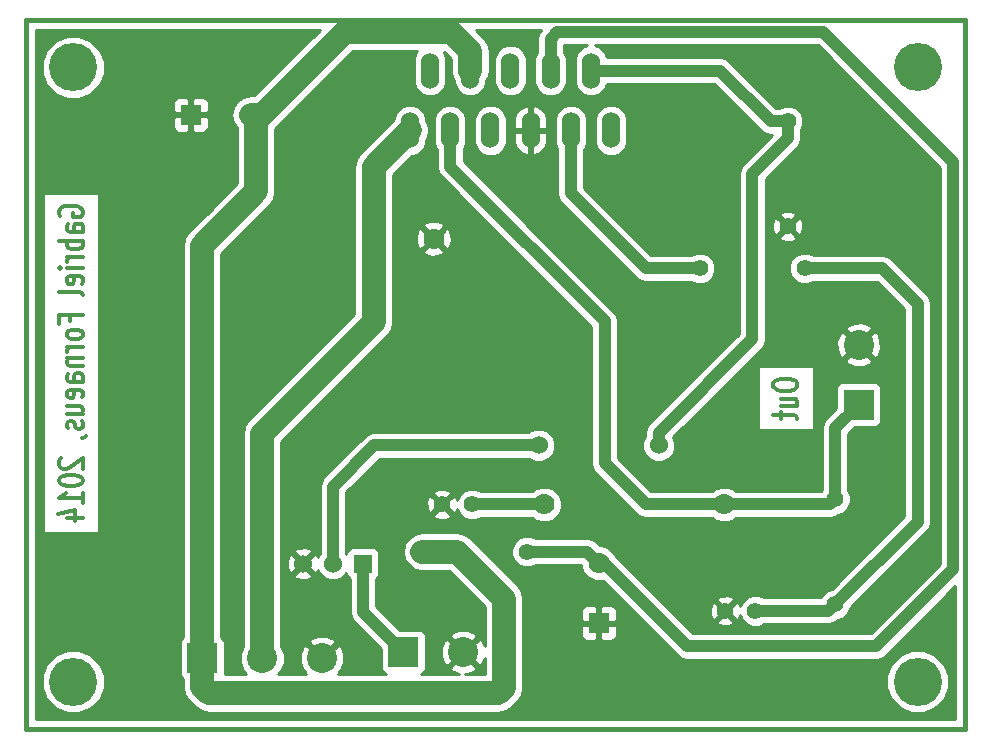
<source format=gbl>
G04 (created by PCBNEW-RS274X (2012-apr-16-27)-stable) date mån 17 feb 2014 22:33:06*
G01*
G70*
G90*
%MOIN*%
G04 Gerber Fmt 3.4, Leading zero omitted, Abs format*
%FSLAX34Y34*%
G04 APERTURE LIST*
%ADD10C,0.006000*%
%ADD11C,0.015000*%
%ADD12C,0.012000*%
%ADD13C,0.070000*%
%ADD14C,0.055000*%
%ADD15R,0.060000X0.060000*%
%ADD16C,0.060000*%
%ADD17R,0.070000X0.070000*%
%ADD18R,0.100000X0.100000*%
%ADD19C,0.100000*%
%ADD20O,0.060000X0.120000*%
%ADD21C,0.160000*%
%ADD22C,0.039400*%
%ADD23C,0.078700*%
%ADD24C,0.010000*%
G04 APERTURE END LIST*
G54D10*
G54D11*
X48622Y-37205D02*
X48622Y-37402D01*
X79921Y-37205D02*
X79921Y-37402D01*
X79921Y-37205D02*
X79921Y-36811D01*
X48622Y-37205D02*
X48622Y-36811D01*
X79921Y-36811D02*
X79921Y-13976D01*
X79921Y-36811D02*
X79921Y-36614D01*
X48622Y-37402D02*
X79921Y-37402D01*
X48622Y-13780D02*
X48622Y-36811D01*
X79921Y-13780D02*
X48622Y-13780D01*
X79921Y-14173D02*
X79921Y-13780D01*
G54D12*
X73540Y-25878D02*
X73540Y-25992D01*
X73578Y-26050D01*
X73654Y-26107D01*
X73806Y-26135D01*
X74073Y-26135D01*
X74226Y-26107D01*
X74302Y-26050D01*
X74340Y-25992D01*
X74340Y-25878D01*
X74302Y-25821D01*
X74226Y-25764D01*
X74073Y-25735D01*
X73806Y-25735D01*
X73654Y-25764D01*
X73578Y-25821D01*
X73540Y-25878D01*
X73806Y-26650D02*
X74340Y-26650D01*
X73806Y-26393D02*
X74226Y-26393D01*
X74302Y-26421D01*
X74340Y-26479D01*
X74340Y-26564D01*
X74302Y-26621D01*
X74264Y-26650D01*
X73806Y-26850D02*
X73806Y-27079D01*
X73540Y-26936D02*
X74226Y-26936D01*
X74302Y-26964D01*
X74340Y-27022D01*
X74340Y-27079D01*
X49759Y-20298D02*
X49721Y-20241D01*
X49721Y-20155D01*
X49759Y-20070D01*
X49835Y-20012D01*
X49911Y-19984D01*
X50064Y-19955D01*
X50178Y-19955D01*
X50330Y-19984D01*
X50407Y-20012D01*
X50483Y-20070D01*
X50521Y-20155D01*
X50521Y-20212D01*
X50483Y-20298D01*
X50445Y-20327D01*
X50178Y-20327D01*
X50178Y-20212D01*
X50521Y-20841D02*
X50102Y-20841D01*
X50026Y-20812D01*
X49987Y-20755D01*
X49987Y-20641D01*
X50026Y-20584D01*
X50483Y-20841D02*
X50521Y-20784D01*
X50521Y-20641D01*
X50483Y-20584D01*
X50407Y-20555D01*
X50330Y-20555D01*
X50254Y-20584D01*
X50216Y-20641D01*
X50216Y-20784D01*
X50178Y-20841D01*
X50521Y-21127D02*
X49721Y-21127D01*
X50026Y-21127D02*
X49987Y-21184D01*
X49987Y-21298D01*
X50026Y-21355D01*
X50064Y-21384D01*
X50140Y-21413D01*
X50368Y-21413D01*
X50445Y-21384D01*
X50483Y-21355D01*
X50521Y-21298D01*
X50521Y-21184D01*
X50483Y-21127D01*
X50521Y-21670D02*
X49987Y-21670D01*
X50140Y-21670D02*
X50064Y-21698D01*
X50026Y-21727D01*
X49987Y-21784D01*
X49987Y-21841D01*
X50521Y-22041D02*
X49987Y-22041D01*
X49721Y-22041D02*
X49759Y-22012D01*
X49797Y-22041D01*
X49759Y-22069D01*
X49721Y-22041D01*
X49797Y-22041D01*
X50483Y-22555D02*
X50521Y-22498D01*
X50521Y-22384D01*
X50483Y-22327D01*
X50407Y-22298D01*
X50102Y-22298D01*
X50026Y-22327D01*
X49987Y-22384D01*
X49987Y-22498D01*
X50026Y-22555D01*
X50102Y-22584D01*
X50178Y-22584D01*
X50254Y-22298D01*
X50521Y-22927D02*
X50483Y-22869D01*
X50407Y-22841D01*
X49721Y-22841D01*
X50102Y-23812D02*
X50102Y-23612D01*
X50521Y-23612D02*
X49721Y-23612D01*
X49721Y-23898D01*
X50521Y-24212D02*
X50483Y-24154D01*
X50445Y-24126D01*
X50368Y-24097D01*
X50140Y-24097D01*
X50064Y-24126D01*
X50026Y-24154D01*
X49987Y-24212D01*
X49987Y-24297D01*
X50026Y-24354D01*
X50064Y-24383D01*
X50140Y-24412D01*
X50368Y-24412D01*
X50445Y-24383D01*
X50483Y-24354D01*
X50521Y-24297D01*
X50521Y-24212D01*
X50521Y-24669D02*
X49987Y-24669D01*
X50140Y-24669D02*
X50064Y-24697D01*
X50026Y-24726D01*
X49987Y-24783D01*
X49987Y-24840D01*
X49987Y-25040D02*
X50521Y-25040D01*
X50064Y-25040D02*
X50026Y-25068D01*
X49987Y-25126D01*
X49987Y-25211D01*
X50026Y-25268D01*
X50102Y-25297D01*
X50521Y-25297D01*
X50521Y-25840D02*
X50102Y-25840D01*
X50026Y-25811D01*
X49987Y-25754D01*
X49987Y-25640D01*
X50026Y-25583D01*
X50483Y-25840D02*
X50521Y-25783D01*
X50521Y-25640D01*
X50483Y-25583D01*
X50407Y-25554D01*
X50330Y-25554D01*
X50254Y-25583D01*
X50216Y-25640D01*
X50216Y-25783D01*
X50178Y-25840D01*
X50483Y-26354D02*
X50521Y-26297D01*
X50521Y-26183D01*
X50483Y-26126D01*
X50407Y-26097D01*
X50102Y-26097D01*
X50026Y-26126D01*
X49987Y-26183D01*
X49987Y-26297D01*
X50026Y-26354D01*
X50102Y-26383D01*
X50178Y-26383D01*
X50254Y-26097D01*
X49987Y-26897D02*
X50521Y-26897D01*
X49987Y-26640D02*
X50407Y-26640D01*
X50483Y-26668D01*
X50521Y-26726D01*
X50521Y-26811D01*
X50483Y-26868D01*
X50445Y-26897D01*
X50483Y-27154D02*
X50521Y-27211D01*
X50521Y-27326D01*
X50483Y-27383D01*
X50407Y-27411D01*
X50368Y-27411D01*
X50292Y-27383D01*
X50254Y-27326D01*
X50254Y-27240D01*
X50216Y-27183D01*
X50140Y-27154D01*
X50102Y-27154D01*
X50026Y-27183D01*
X49987Y-27240D01*
X49987Y-27326D01*
X50026Y-27383D01*
X50483Y-27697D02*
X50521Y-27697D01*
X50597Y-27669D01*
X50635Y-27640D01*
X49797Y-28383D02*
X49759Y-28412D01*
X49721Y-28469D01*
X49721Y-28612D01*
X49759Y-28669D01*
X49797Y-28698D01*
X49873Y-28726D01*
X49949Y-28726D01*
X50064Y-28698D01*
X50521Y-28355D01*
X50521Y-28726D01*
X49721Y-29097D02*
X49721Y-29154D01*
X49759Y-29211D01*
X49797Y-29240D01*
X49873Y-29269D01*
X50026Y-29297D01*
X50216Y-29297D01*
X50368Y-29269D01*
X50445Y-29240D01*
X50483Y-29211D01*
X50521Y-29154D01*
X50521Y-29097D01*
X50483Y-29040D01*
X50445Y-29011D01*
X50368Y-28983D01*
X50216Y-28954D01*
X50026Y-28954D01*
X49873Y-28983D01*
X49797Y-29011D01*
X49759Y-29040D01*
X49721Y-29097D01*
X50521Y-29868D02*
X50521Y-29525D01*
X50521Y-29697D02*
X49721Y-29697D01*
X49835Y-29640D01*
X49911Y-29582D01*
X49949Y-29525D01*
X49987Y-30382D02*
X50521Y-30382D01*
X49683Y-30239D02*
X50254Y-30096D01*
X50254Y-30468D01*
G54D13*
X71898Y-29921D03*
X65898Y-29921D03*
G54D14*
X75591Y-33246D03*
X75591Y-29746D03*
X65333Y-31496D03*
X61833Y-31496D03*
X71085Y-22047D03*
X74585Y-22047D03*
X74016Y-17148D03*
X74016Y-20648D03*
G54D15*
X59858Y-31890D03*
G54D16*
X58858Y-31890D03*
X57858Y-31890D03*
G54D17*
X54118Y-16929D03*
G54D13*
X56118Y-16929D03*
G54D14*
X63492Y-29921D03*
X62492Y-29921D03*
G54D18*
X54496Y-35039D03*
G54D19*
X56496Y-35039D03*
X58496Y-35039D03*
G54D18*
X76378Y-26591D03*
G54D19*
X76378Y-24591D03*
G54D18*
X61205Y-34843D03*
G54D19*
X63205Y-34843D03*
G54D20*
X61426Y-17451D03*
X62097Y-15461D03*
X62766Y-17451D03*
X63436Y-15461D03*
X64106Y-17451D03*
X64776Y-15461D03*
X65446Y-17451D03*
X66116Y-15461D03*
X66787Y-17451D03*
X67457Y-15461D03*
X68126Y-17451D03*
G54D14*
X72941Y-33465D03*
X71941Y-33465D03*
G54D17*
X60220Y-21063D03*
G54D13*
X62220Y-21063D03*
G54D17*
X67717Y-33874D03*
G54D13*
X67717Y-31874D03*
G54D16*
X65717Y-27953D03*
X69717Y-27953D03*
G54D21*
X50197Y-15354D03*
X78346Y-15354D03*
X78346Y-35827D03*
X50197Y-35827D03*
G54D22*
X78346Y-30491D02*
X75591Y-33246D01*
X78346Y-23228D02*
X78346Y-30491D01*
X72941Y-33465D02*
X75372Y-33465D01*
X75372Y-33465D02*
X75591Y-33246D01*
X77165Y-22047D02*
X78346Y-23228D01*
X74585Y-22047D02*
X77165Y-22047D01*
X75591Y-29746D02*
X75591Y-27378D01*
X67913Y-23819D02*
X67913Y-28543D01*
X67913Y-28543D02*
X69291Y-29921D01*
X75416Y-29921D02*
X75591Y-29746D01*
X62766Y-18672D02*
X67913Y-23819D01*
X62766Y-17451D02*
X62766Y-18672D01*
X69291Y-29921D02*
X71898Y-29921D01*
X75591Y-27378D02*
X76378Y-26591D01*
X71898Y-29921D02*
X75416Y-29921D01*
X63492Y-29921D02*
X65898Y-29921D01*
X59858Y-33496D02*
X61205Y-34843D01*
X59858Y-31890D02*
X59858Y-33496D01*
X66787Y-17451D02*
X66787Y-19543D01*
X69291Y-22047D02*
X71085Y-22047D01*
X66787Y-19543D02*
X69291Y-22047D01*
X58858Y-31890D02*
X58858Y-29331D01*
X60236Y-27953D02*
X65717Y-27953D01*
X58858Y-29331D02*
X60236Y-27953D01*
X72835Y-18898D02*
X74016Y-17717D01*
X72835Y-24409D02*
X72835Y-18898D01*
X69717Y-27953D02*
X69717Y-27527D01*
X74016Y-17717D02*
X74016Y-17148D01*
X73447Y-17148D02*
X71760Y-15461D01*
X71760Y-15461D02*
X67457Y-15461D01*
X74016Y-17148D02*
X73447Y-17148D01*
X69717Y-27527D02*
X72835Y-24409D01*
X76968Y-34646D02*
X70669Y-34646D01*
X75197Y-14173D02*
X79528Y-18504D01*
X66339Y-14173D02*
X75197Y-14173D01*
X65333Y-31496D02*
X67339Y-31496D01*
X70669Y-34646D02*
X67897Y-31874D01*
X79528Y-18504D02*
X79528Y-32086D01*
X66116Y-14396D02*
X66339Y-14173D01*
X79528Y-32086D02*
X76968Y-34646D01*
X67897Y-31874D02*
X67717Y-31874D01*
X66116Y-15461D02*
X66116Y-14396D01*
X67339Y-31496D02*
X67717Y-31874D01*
G54D23*
X60220Y-21063D02*
X60220Y-18657D01*
X60220Y-18657D02*
X61426Y-17451D01*
X56496Y-27559D02*
X60220Y-23835D01*
X56496Y-35039D02*
X56496Y-27559D01*
X60220Y-23835D02*
X60220Y-21063D01*
X54724Y-36220D02*
X54496Y-35992D01*
X56118Y-16929D02*
X56497Y-16929D01*
X62795Y-14173D02*
X63436Y-14814D01*
X59253Y-14173D02*
X62795Y-14173D01*
X56497Y-16929D02*
X59253Y-14173D01*
X56299Y-17110D02*
X56118Y-16929D01*
X55677Y-36220D02*
X54724Y-36220D01*
X63436Y-14814D02*
X63436Y-15461D01*
X54496Y-35992D02*
X54496Y-35039D01*
X61833Y-31496D02*
X62992Y-31496D01*
X62992Y-31496D02*
X64567Y-33071D01*
X64371Y-36220D02*
X55677Y-36220D01*
X54496Y-35039D02*
X54496Y-21291D01*
X56299Y-19488D02*
X56299Y-17110D01*
X54496Y-21291D02*
X56299Y-19488D01*
X64567Y-33071D02*
X64567Y-36024D01*
X64567Y-36024D02*
X64371Y-36220D01*
G54D10*
G36*
X79596Y-37077D02*
X79396Y-37077D01*
X79396Y-36037D01*
X79396Y-35619D01*
X79236Y-35233D01*
X78941Y-34937D01*
X78556Y-34777D01*
X78138Y-34777D01*
X77752Y-34937D01*
X77456Y-35232D01*
X77296Y-35617D01*
X77296Y-36035D01*
X77456Y-36421D01*
X77751Y-36717D01*
X78136Y-36877D01*
X78554Y-36877D01*
X78940Y-36717D01*
X79236Y-36422D01*
X79396Y-36037D01*
X79396Y-37077D01*
X68317Y-37077D01*
X68317Y-33986D01*
X68317Y-33762D01*
X68316Y-33475D01*
X68278Y-33383D01*
X68208Y-33313D01*
X68117Y-33275D01*
X68018Y-33275D01*
X67829Y-33274D01*
X67767Y-33336D01*
X67767Y-33824D01*
X68255Y-33824D01*
X68317Y-33762D01*
X68317Y-33986D01*
X68255Y-33924D01*
X67767Y-33924D01*
X67767Y-34412D01*
X67829Y-34474D01*
X68018Y-34473D01*
X68117Y-34473D01*
X68208Y-34435D01*
X68278Y-34365D01*
X68316Y-34273D01*
X68317Y-33986D01*
X68317Y-37077D01*
X67667Y-37077D01*
X67667Y-34412D01*
X67667Y-33924D01*
X67667Y-33824D01*
X67667Y-33336D01*
X67605Y-33274D01*
X67416Y-33275D01*
X67317Y-33275D01*
X67226Y-33313D01*
X67156Y-33383D01*
X67118Y-33475D01*
X67117Y-33762D01*
X67179Y-33824D01*
X67667Y-33824D01*
X67667Y-33924D01*
X67179Y-33924D01*
X67117Y-33986D01*
X67118Y-34273D01*
X67156Y-34365D01*
X67226Y-34435D01*
X67317Y-34473D01*
X67416Y-34473D01*
X67605Y-34474D01*
X67667Y-34412D01*
X67667Y-37077D01*
X51247Y-37077D01*
X51247Y-36037D01*
X51247Y-35619D01*
X51247Y-15564D01*
X51247Y-15146D01*
X51087Y-14760D01*
X50792Y-14464D01*
X50407Y-14304D01*
X49989Y-14304D01*
X49603Y-14464D01*
X49307Y-14759D01*
X49147Y-15144D01*
X49147Y-15562D01*
X49307Y-15948D01*
X49602Y-16244D01*
X49987Y-16404D01*
X50405Y-16404D01*
X50791Y-16244D01*
X51087Y-15949D01*
X51247Y-15564D01*
X51247Y-35619D01*
X51087Y-35233D01*
X51067Y-35212D01*
X51067Y-30863D01*
X51067Y-19531D01*
X49207Y-19531D01*
X49207Y-30863D01*
X51067Y-30863D01*
X51067Y-35212D01*
X50792Y-34937D01*
X50407Y-34777D01*
X49989Y-34777D01*
X49603Y-34937D01*
X49307Y-35232D01*
X49147Y-35617D01*
X49147Y-36035D01*
X49307Y-36421D01*
X49602Y-36717D01*
X49987Y-36877D01*
X50405Y-36877D01*
X50791Y-36717D01*
X51087Y-36422D01*
X51247Y-36037D01*
X51247Y-37077D01*
X48947Y-37077D01*
X48947Y-36811D01*
X48947Y-14105D01*
X58411Y-14105D01*
X56230Y-16286D01*
X56118Y-16286D01*
X55872Y-16335D01*
X55663Y-16474D01*
X55524Y-16683D01*
X55475Y-16929D01*
X55524Y-17175D01*
X55656Y-17373D01*
X55656Y-19221D01*
X54718Y-20159D01*
X54718Y-17041D01*
X54718Y-16817D01*
X54717Y-16628D01*
X54717Y-16529D01*
X54679Y-16438D01*
X54609Y-16368D01*
X54517Y-16330D01*
X54230Y-16329D01*
X54168Y-16391D01*
X54168Y-16879D01*
X54656Y-16879D01*
X54718Y-16817D01*
X54718Y-17041D01*
X54656Y-16979D01*
X54168Y-16979D01*
X54168Y-17467D01*
X54230Y-17529D01*
X54517Y-17528D01*
X54609Y-17490D01*
X54679Y-17420D01*
X54717Y-17329D01*
X54717Y-17230D01*
X54718Y-17041D01*
X54718Y-20159D01*
X54068Y-20809D01*
X54068Y-17467D01*
X54068Y-16979D01*
X54068Y-16879D01*
X54068Y-16391D01*
X54006Y-16329D01*
X53719Y-16330D01*
X53627Y-16368D01*
X53557Y-16438D01*
X53519Y-16529D01*
X53519Y-16628D01*
X53518Y-16817D01*
X53580Y-16879D01*
X54068Y-16879D01*
X54068Y-16979D01*
X53580Y-16979D01*
X53518Y-17041D01*
X53519Y-17230D01*
X53519Y-17329D01*
X53557Y-17420D01*
X53627Y-17490D01*
X53719Y-17528D01*
X54006Y-17529D01*
X54068Y-17467D01*
X54068Y-20809D01*
X54041Y-20836D01*
X53902Y-21045D01*
X53853Y-21291D01*
X53853Y-34330D01*
X53785Y-34398D01*
X53747Y-34489D01*
X53747Y-34588D01*
X53747Y-35588D01*
X53785Y-35680D01*
X53853Y-35748D01*
X53853Y-35992D01*
X53902Y-36238D01*
X54041Y-36447D01*
X54267Y-36672D01*
X54269Y-36675D01*
X54478Y-36814D01*
X54724Y-36863D01*
X55677Y-36863D01*
X64371Y-36863D01*
X64617Y-36814D01*
X64826Y-36675D01*
X65022Y-36479D01*
X65161Y-36270D01*
X65210Y-36024D01*
X65210Y-33071D01*
X65161Y-32825D01*
X65022Y-32616D01*
X65019Y-32614D01*
X63447Y-31041D01*
X63238Y-30902D01*
X62992Y-30853D01*
X62782Y-30853D01*
X62782Y-30282D01*
X62492Y-29992D01*
X62421Y-30063D01*
X62421Y-29921D01*
X62131Y-29631D01*
X62040Y-29654D01*
X61973Y-29847D01*
X61984Y-30051D01*
X62040Y-30188D01*
X62131Y-30211D01*
X62421Y-29921D01*
X62421Y-30063D01*
X62202Y-30282D01*
X62225Y-30373D01*
X62418Y-30440D01*
X62622Y-30429D01*
X62759Y-30373D01*
X62782Y-30282D01*
X62782Y-30853D01*
X61833Y-30853D01*
X61587Y-30902D01*
X61378Y-31041D01*
X61239Y-31250D01*
X61190Y-31496D01*
X61239Y-31742D01*
X61378Y-31951D01*
X61587Y-32090D01*
X61833Y-32139D01*
X62725Y-32139D01*
X63924Y-33337D01*
X63924Y-34648D01*
X63839Y-34443D01*
X63725Y-34393D01*
X63655Y-34463D01*
X63655Y-34323D01*
X63605Y-34209D01*
X63332Y-34104D01*
X63040Y-34112D01*
X62805Y-34209D01*
X62755Y-34323D01*
X63205Y-34772D01*
X63655Y-34323D01*
X63655Y-34463D01*
X63276Y-34843D01*
X63725Y-35293D01*
X63839Y-35243D01*
X63924Y-35022D01*
X63924Y-35577D01*
X63260Y-35577D01*
X63370Y-35574D01*
X63605Y-35477D01*
X63655Y-35363D01*
X63205Y-34914D01*
X63134Y-34984D01*
X63134Y-34843D01*
X62685Y-34393D01*
X62571Y-34443D01*
X62466Y-34716D01*
X62474Y-35008D01*
X62571Y-35243D01*
X62685Y-35293D01*
X63134Y-34843D01*
X63134Y-34984D01*
X62755Y-35363D01*
X62805Y-35477D01*
X63065Y-35577D01*
X61790Y-35577D01*
X61846Y-35554D01*
X61916Y-35484D01*
X61954Y-35393D01*
X61954Y-35294D01*
X61954Y-34294D01*
X61916Y-34202D01*
X61846Y-34132D01*
X61755Y-34094D01*
X61656Y-34094D01*
X61088Y-34094D01*
X60305Y-33311D01*
X60305Y-32395D01*
X60369Y-32331D01*
X60407Y-32240D01*
X60407Y-32141D01*
X60407Y-31541D01*
X60369Y-31449D01*
X60299Y-31379D01*
X60208Y-31341D01*
X60109Y-31341D01*
X59509Y-31341D01*
X59417Y-31379D01*
X59347Y-31449D01*
X59309Y-31540D01*
X59309Y-31565D01*
X59305Y-31561D01*
X59305Y-29516D01*
X60421Y-28400D01*
X65388Y-28400D01*
X65406Y-28418D01*
X65608Y-28502D01*
X65826Y-28502D01*
X66028Y-28418D01*
X66182Y-28264D01*
X66266Y-28062D01*
X66266Y-27844D01*
X66182Y-27642D01*
X66028Y-27488D01*
X65826Y-27404D01*
X65608Y-27404D01*
X65406Y-27488D01*
X65388Y-27506D01*
X62813Y-27506D01*
X62813Y-21154D01*
X62802Y-20919D01*
X62733Y-20753D01*
X62634Y-20720D01*
X62563Y-20791D01*
X62563Y-20649D01*
X62530Y-20550D01*
X62311Y-20470D01*
X62076Y-20481D01*
X61910Y-20550D01*
X61877Y-20649D01*
X62220Y-20992D01*
X62563Y-20649D01*
X62563Y-20791D01*
X62291Y-21063D01*
X62634Y-21406D01*
X62733Y-21373D01*
X62813Y-21154D01*
X62813Y-27506D01*
X62563Y-27506D01*
X62563Y-21477D01*
X62220Y-21134D01*
X62149Y-21205D01*
X62149Y-21063D01*
X61806Y-20720D01*
X61707Y-20753D01*
X61627Y-20972D01*
X61638Y-21207D01*
X61707Y-21373D01*
X61806Y-21406D01*
X62149Y-21063D01*
X62149Y-21205D01*
X61877Y-21477D01*
X61910Y-21576D01*
X62129Y-21656D01*
X62364Y-21645D01*
X62530Y-21576D01*
X62563Y-21477D01*
X62563Y-27506D01*
X60236Y-27506D01*
X60065Y-27540D01*
X60016Y-27572D01*
X59919Y-27637D01*
X58542Y-29015D01*
X58445Y-29160D01*
X58411Y-29331D01*
X58411Y-31561D01*
X58393Y-31579D01*
X58355Y-31670D01*
X58330Y-31609D01*
X58236Y-31582D01*
X58166Y-31652D01*
X58166Y-31512D01*
X58139Y-31418D01*
X57937Y-31347D01*
X57724Y-31358D01*
X57577Y-31418D01*
X57550Y-31512D01*
X57858Y-31819D01*
X58166Y-31512D01*
X58166Y-31652D01*
X57929Y-31890D01*
X58236Y-32198D01*
X58330Y-32171D01*
X58353Y-32105D01*
X58393Y-32201D01*
X58547Y-32355D01*
X58749Y-32439D01*
X58967Y-32439D01*
X59169Y-32355D01*
X59309Y-32215D01*
X59309Y-32239D01*
X59347Y-32331D01*
X59411Y-32395D01*
X59411Y-33496D01*
X59445Y-33667D01*
X59542Y-33812D01*
X60456Y-34726D01*
X60456Y-35392D01*
X60494Y-35484D01*
X60564Y-35554D01*
X60619Y-35577D01*
X59235Y-35577D01*
X59037Y-35577D01*
X59106Y-35508D01*
X59065Y-35467D01*
X59130Y-35439D01*
X59235Y-35166D01*
X59227Y-34874D01*
X59130Y-34639D01*
X59016Y-34589D01*
X58946Y-34659D01*
X58946Y-34519D01*
X58896Y-34405D01*
X58623Y-34300D01*
X58331Y-34308D01*
X58166Y-34376D01*
X58166Y-32268D01*
X57858Y-31961D01*
X57787Y-32031D01*
X57787Y-31890D01*
X57480Y-31582D01*
X57386Y-31609D01*
X57315Y-31811D01*
X57326Y-32024D01*
X57386Y-32171D01*
X57480Y-32198D01*
X57787Y-31890D01*
X57787Y-32031D01*
X57550Y-32268D01*
X57577Y-32362D01*
X57779Y-32433D01*
X57992Y-32422D01*
X58139Y-32362D01*
X58166Y-32268D01*
X58166Y-34376D01*
X58096Y-34405D01*
X58046Y-34519D01*
X58496Y-34968D01*
X58946Y-34519D01*
X58946Y-34659D01*
X58567Y-35039D01*
X58496Y-35110D01*
X58425Y-35039D01*
X58390Y-35004D01*
X57976Y-34589D01*
X57862Y-34639D01*
X57757Y-34912D01*
X57765Y-35204D01*
X57862Y-35439D01*
X57926Y-35467D01*
X57886Y-35508D01*
X57955Y-35577D01*
X57016Y-35577D01*
X57130Y-35464D01*
X57245Y-35189D01*
X57245Y-34891D01*
X57139Y-34635D01*
X57139Y-27825D01*
X60672Y-24291D01*
X60674Y-24290D01*
X60675Y-24290D01*
X60814Y-24081D01*
X60863Y-23835D01*
X60863Y-21063D01*
X60863Y-18923D01*
X61479Y-18307D01*
X61533Y-18307D01*
X61732Y-18225D01*
X61883Y-18073D01*
X61966Y-17875D01*
X61966Y-17777D01*
X62020Y-17697D01*
X62069Y-17451D01*
X62020Y-17205D01*
X61966Y-17124D01*
X61966Y-17028D01*
X61884Y-16829D01*
X61732Y-16678D01*
X61534Y-16595D01*
X61319Y-16595D01*
X61120Y-16677D01*
X60969Y-16829D01*
X60886Y-17027D01*
X60886Y-17081D01*
X59765Y-18202D01*
X59626Y-18411D01*
X59577Y-18657D01*
X59577Y-21063D01*
X59577Y-23568D01*
X56041Y-27104D01*
X55902Y-27313D01*
X55853Y-27559D01*
X55853Y-34635D01*
X55747Y-34889D01*
X55747Y-35187D01*
X55861Y-35462D01*
X55975Y-35577D01*
X55677Y-35577D01*
X55245Y-35577D01*
X55245Y-35490D01*
X55245Y-34490D01*
X55207Y-34398D01*
X55139Y-34330D01*
X55139Y-21557D01*
X56751Y-19944D01*
X56753Y-19943D01*
X56754Y-19943D01*
X56892Y-19735D01*
X56893Y-19734D01*
X56932Y-19538D01*
X56942Y-19489D01*
X56941Y-19488D01*
X56942Y-19488D01*
X56942Y-17390D01*
X56952Y-17384D01*
X59519Y-14816D01*
X61662Y-14816D01*
X61640Y-14839D01*
X61557Y-15037D01*
X61557Y-15252D01*
X61557Y-15884D01*
X61639Y-16083D01*
X61791Y-16234D01*
X61989Y-16317D01*
X62204Y-16317D01*
X62403Y-16235D01*
X62554Y-16083D01*
X62637Y-15885D01*
X62637Y-15670D01*
X62637Y-15038D01*
X62557Y-14845D01*
X62793Y-15080D01*
X62793Y-15461D01*
X62842Y-15707D01*
X62896Y-15788D01*
X62896Y-15884D01*
X62978Y-16083D01*
X63130Y-16234D01*
X63328Y-16317D01*
X63543Y-16317D01*
X63742Y-16235D01*
X63893Y-16083D01*
X63976Y-15885D01*
X63976Y-15788D01*
X64030Y-15707D01*
X64079Y-15461D01*
X64079Y-14814D01*
X64030Y-14568D01*
X63891Y-14359D01*
X63888Y-14357D01*
X63636Y-14105D01*
X65783Y-14105D01*
X65703Y-14225D01*
X65669Y-14396D01*
X65669Y-14828D01*
X65659Y-14839D01*
X65576Y-15037D01*
X65576Y-15252D01*
X65576Y-15884D01*
X65658Y-16083D01*
X65810Y-16234D01*
X66008Y-16317D01*
X66223Y-16317D01*
X66422Y-16235D01*
X66573Y-16083D01*
X66656Y-15885D01*
X66656Y-15670D01*
X66656Y-15038D01*
X66574Y-14839D01*
X66563Y-14828D01*
X66563Y-14620D01*
X67313Y-14620D01*
X67151Y-14687D01*
X67000Y-14839D01*
X66917Y-15037D01*
X66917Y-15252D01*
X66917Y-15884D01*
X66999Y-16083D01*
X67151Y-16234D01*
X67349Y-16317D01*
X67564Y-16317D01*
X67763Y-16235D01*
X67914Y-16083D01*
X67987Y-15908D01*
X71574Y-15908D01*
X73130Y-17464D01*
X73131Y-17464D01*
X73227Y-17528D01*
X73275Y-17560D01*
X73276Y-17561D01*
X73446Y-17594D01*
X73447Y-17595D01*
X73506Y-17595D01*
X72519Y-18582D01*
X72422Y-18727D01*
X72388Y-18898D01*
X72388Y-24224D01*
X71610Y-25002D01*
X71610Y-22152D01*
X71610Y-21943D01*
X71530Y-21750D01*
X71383Y-21602D01*
X71190Y-21522D01*
X70981Y-21522D01*
X70792Y-21600D01*
X69476Y-21600D01*
X68666Y-20790D01*
X68666Y-17875D01*
X68666Y-17660D01*
X68666Y-17028D01*
X68584Y-16829D01*
X68432Y-16678D01*
X68234Y-16595D01*
X68019Y-16595D01*
X67820Y-16677D01*
X67669Y-16829D01*
X67586Y-17027D01*
X67586Y-17242D01*
X67586Y-17874D01*
X67668Y-18073D01*
X67820Y-18224D01*
X68018Y-18307D01*
X68233Y-18307D01*
X68432Y-18225D01*
X68583Y-18073D01*
X68666Y-17875D01*
X68666Y-20790D01*
X67234Y-19358D01*
X67234Y-18083D01*
X67244Y-18073D01*
X67327Y-17875D01*
X67327Y-17660D01*
X67327Y-17028D01*
X67245Y-16829D01*
X67093Y-16678D01*
X66895Y-16595D01*
X66680Y-16595D01*
X66481Y-16677D01*
X66330Y-16829D01*
X66247Y-17027D01*
X66247Y-17242D01*
X66247Y-17874D01*
X66329Y-18073D01*
X66340Y-18083D01*
X66340Y-19543D01*
X66374Y-19714D01*
X66471Y-19859D01*
X68975Y-22363D01*
X69120Y-22460D01*
X69291Y-22494D01*
X70791Y-22494D01*
X70980Y-22572D01*
X71189Y-22572D01*
X71382Y-22492D01*
X71530Y-22345D01*
X71610Y-22152D01*
X71610Y-25002D01*
X69401Y-27211D01*
X69304Y-27356D01*
X69270Y-27527D01*
X69270Y-27624D01*
X69252Y-27642D01*
X69168Y-27844D01*
X69168Y-28062D01*
X69252Y-28264D01*
X69406Y-28418D01*
X69608Y-28502D01*
X69826Y-28502D01*
X70028Y-28418D01*
X70182Y-28264D01*
X70266Y-28062D01*
X70266Y-27844D01*
X70197Y-27678D01*
X73151Y-24725D01*
X73248Y-24580D01*
X73282Y-24409D01*
X73282Y-19083D01*
X74332Y-18033D01*
X74429Y-17888D01*
X74463Y-17717D01*
X74463Y-17441D01*
X74541Y-17253D01*
X74541Y-17044D01*
X74461Y-16851D01*
X74314Y-16703D01*
X74121Y-16623D01*
X73912Y-16623D01*
X73723Y-16701D01*
X73632Y-16701D01*
X72076Y-15145D01*
X71931Y-15048D01*
X71760Y-15014D01*
X67987Y-15014D01*
X67915Y-14839D01*
X67763Y-14688D01*
X67600Y-14620D01*
X75012Y-14620D01*
X79081Y-18689D01*
X79081Y-31901D01*
X78793Y-32189D01*
X78793Y-30491D01*
X78793Y-23228D01*
X78759Y-23057D01*
X78662Y-22912D01*
X77481Y-21731D01*
X77336Y-21634D01*
X77165Y-21600D01*
X74878Y-21600D01*
X74690Y-21522D01*
X74535Y-21522D01*
X74535Y-20722D01*
X74524Y-20518D01*
X74468Y-20381D01*
X74377Y-20358D01*
X74306Y-20429D01*
X74306Y-20287D01*
X74283Y-20196D01*
X74090Y-20129D01*
X73886Y-20140D01*
X73749Y-20196D01*
X73726Y-20287D01*
X74016Y-20577D01*
X74306Y-20287D01*
X74306Y-20429D01*
X74087Y-20648D01*
X74377Y-20938D01*
X74468Y-20915D01*
X74535Y-20722D01*
X74535Y-21522D01*
X74481Y-21522D01*
X74306Y-21594D01*
X74306Y-21009D01*
X74016Y-20719D01*
X73945Y-20790D01*
X73945Y-20648D01*
X73655Y-20358D01*
X73564Y-20381D01*
X73497Y-20574D01*
X73508Y-20778D01*
X73564Y-20915D01*
X73655Y-20938D01*
X73945Y-20648D01*
X73945Y-20790D01*
X73726Y-21009D01*
X73749Y-21100D01*
X73942Y-21167D01*
X74146Y-21156D01*
X74283Y-21100D01*
X74306Y-21009D01*
X74306Y-21594D01*
X74288Y-21602D01*
X74140Y-21749D01*
X74060Y-21942D01*
X74060Y-22151D01*
X74140Y-22344D01*
X74287Y-22492D01*
X74480Y-22572D01*
X74689Y-22572D01*
X74877Y-22494D01*
X76980Y-22494D01*
X77899Y-23413D01*
X77899Y-30306D01*
X77127Y-31077D01*
X77127Y-27141D01*
X77127Y-27042D01*
X77127Y-26042D01*
X77117Y-26017D01*
X77117Y-24718D01*
X77109Y-24426D01*
X77012Y-24191D01*
X76898Y-24141D01*
X76828Y-24211D01*
X76828Y-24071D01*
X76778Y-23957D01*
X76505Y-23852D01*
X76213Y-23860D01*
X75978Y-23957D01*
X75928Y-24071D01*
X76378Y-24520D01*
X76828Y-24071D01*
X76828Y-24211D01*
X76449Y-24591D01*
X76898Y-25041D01*
X77012Y-24991D01*
X77117Y-24718D01*
X77117Y-26017D01*
X77089Y-25950D01*
X77019Y-25880D01*
X76928Y-25842D01*
X76829Y-25842D01*
X76828Y-25842D01*
X76828Y-25111D01*
X76378Y-24662D01*
X76307Y-24732D01*
X76307Y-24591D01*
X75858Y-24141D01*
X75744Y-24191D01*
X75639Y-24464D01*
X75647Y-24756D01*
X75744Y-24991D01*
X75858Y-25041D01*
X76307Y-24591D01*
X76307Y-24732D01*
X75928Y-25111D01*
X75978Y-25225D01*
X76251Y-25330D01*
X76543Y-25322D01*
X76778Y-25225D01*
X76828Y-25111D01*
X76828Y-25842D01*
X75829Y-25842D01*
X75737Y-25880D01*
X75667Y-25950D01*
X75629Y-26041D01*
X75629Y-26140D01*
X75629Y-26708D01*
X75275Y-27062D01*
X75178Y-27207D01*
X75144Y-27378D01*
X75144Y-29452D01*
X75135Y-29474D01*
X74886Y-29474D01*
X74886Y-27445D01*
X74886Y-25310D01*
X73026Y-25310D01*
X73026Y-27445D01*
X74886Y-27445D01*
X74886Y-29474D01*
X72298Y-29474D01*
X72237Y-29413D01*
X72017Y-29322D01*
X71779Y-29322D01*
X71559Y-29413D01*
X71498Y-29474D01*
X69476Y-29474D01*
X68360Y-28357D01*
X68360Y-23819D01*
X68359Y-23818D01*
X68326Y-23648D01*
X68325Y-23647D01*
X68229Y-23503D01*
X68228Y-23502D01*
X65996Y-21270D01*
X65996Y-17851D01*
X65996Y-17501D01*
X65996Y-17401D01*
X65996Y-17051D01*
X65916Y-16848D01*
X65764Y-16691D01*
X65581Y-16619D01*
X65496Y-16666D01*
X65496Y-17401D01*
X65996Y-17401D01*
X65996Y-17501D01*
X65496Y-17501D01*
X65496Y-18236D01*
X65581Y-18283D01*
X65764Y-18211D01*
X65916Y-18054D01*
X65996Y-17851D01*
X65996Y-21270D01*
X65396Y-20670D01*
X65396Y-18236D01*
X65396Y-17501D01*
X65396Y-17401D01*
X65396Y-16666D01*
X65316Y-16621D01*
X65316Y-15885D01*
X65316Y-15670D01*
X65316Y-15038D01*
X65234Y-14839D01*
X65082Y-14688D01*
X64884Y-14605D01*
X64669Y-14605D01*
X64470Y-14687D01*
X64319Y-14839D01*
X64236Y-15037D01*
X64236Y-15252D01*
X64236Y-15884D01*
X64318Y-16083D01*
X64470Y-16234D01*
X64668Y-16317D01*
X64883Y-16317D01*
X65082Y-16235D01*
X65233Y-16083D01*
X65316Y-15885D01*
X65316Y-16621D01*
X65311Y-16619D01*
X65128Y-16691D01*
X64976Y-16848D01*
X64896Y-17051D01*
X64896Y-17401D01*
X65396Y-17401D01*
X65396Y-17501D01*
X64896Y-17501D01*
X64896Y-17851D01*
X64976Y-18054D01*
X65128Y-18211D01*
X65311Y-18283D01*
X65396Y-18236D01*
X65396Y-20670D01*
X64646Y-19920D01*
X64646Y-17875D01*
X64646Y-17660D01*
X64646Y-17028D01*
X64564Y-16829D01*
X64412Y-16678D01*
X64214Y-16595D01*
X63999Y-16595D01*
X63800Y-16677D01*
X63649Y-16829D01*
X63566Y-17027D01*
X63566Y-17242D01*
X63566Y-17874D01*
X63648Y-18073D01*
X63800Y-18224D01*
X63998Y-18307D01*
X64213Y-18307D01*
X64412Y-18225D01*
X64563Y-18073D01*
X64646Y-17875D01*
X64646Y-19920D01*
X63213Y-18487D01*
X63213Y-18083D01*
X63223Y-18073D01*
X63306Y-17875D01*
X63306Y-17660D01*
X63306Y-17028D01*
X63224Y-16829D01*
X63072Y-16678D01*
X62874Y-16595D01*
X62659Y-16595D01*
X62460Y-16677D01*
X62309Y-16829D01*
X62226Y-17027D01*
X62226Y-17242D01*
X62226Y-17874D01*
X62308Y-18073D01*
X62319Y-18083D01*
X62319Y-18672D01*
X62353Y-18843D01*
X62450Y-18988D01*
X67466Y-24004D01*
X67466Y-28543D01*
X67500Y-28714D01*
X67597Y-28859D01*
X68974Y-30237D01*
X68975Y-30237D01*
X69071Y-30301D01*
X69119Y-30333D01*
X69120Y-30334D01*
X69290Y-30367D01*
X69291Y-30368D01*
X71498Y-30368D01*
X71559Y-30429D01*
X71779Y-30520D01*
X72017Y-30520D01*
X72237Y-30429D01*
X72298Y-30368D01*
X75416Y-30368D01*
X75587Y-30334D01*
X75681Y-30271D01*
X75695Y-30271D01*
X75888Y-30191D01*
X76036Y-30044D01*
X76116Y-29851D01*
X76116Y-29642D01*
X76038Y-29453D01*
X76038Y-27563D01*
X76261Y-27340D01*
X76927Y-27340D01*
X77019Y-27302D01*
X77089Y-27232D01*
X77127Y-27141D01*
X77127Y-31077D01*
X75481Y-32723D01*
X75294Y-32801D01*
X75146Y-32948D01*
X75116Y-33018D01*
X73234Y-33018D01*
X73046Y-32940D01*
X72837Y-32940D01*
X72644Y-33020D01*
X72496Y-33167D01*
X72437Y-33307D01*
X72393Y-33198D01*
X72302Y-33175D01*
X72231Y-33246D01*
X72231Y-33104D01*
X72208Y-33013D01*
X72015Y-32946D01*
X71811Y-32957D01*
X71674Y-33013D01*
X71651Y-33104D01*
X71941Y-33394D01*
X72231Y-33104D01*
X72231Y-33246D01*
X72012Y-33465D01*
X72302Y-33755D01*
X72393Y-33732D01*
X72434Y-33613D01*
X72496Y-33762D01*
X72643Y-33910D01*
X72836Y-33990D01*
X73045Y-33990D01*
X73233Y-33912D01*
X75372Y-33912D01*
X75543Y-33878D01*
X75688Y-33781D01*
X75700Y-33768D01*
X75888Y-33691D01*
X76036Y-33544D01*
X76114Y-33354D01*
X78662Y-30807D01*
X78759Y-30662D01*
X78793Y-30491D01*
X78793Y-32189D01*
X76783Y-34199D01*
X72231Y-34199D01*
X72231Y-33826D01*
X71941Y-33536D01*
X71870Y-33607D01*
X71870Y-33465D01*
X71580Y-33175D01*
X71489Y-33198D01*
X71422Y-33391D01*
X71433Y-33595D01*
X71489Y-33732D01*
X71580Y-33755D01*
X71870Y-33465D01*
X71870Y-33607D01*
X71651Y-33826D01*
X71674Y-33917D01*
X71867Y-33984D01*
X72071Y-33973D01*
X72208Y-33917D01*
X72231Y-33826D01*
X72231Y-34199D01*
X70854Y-34199D01*
X68249Y-31594D01*
X68225Y-31535D01*
X68056Y-31366D01*
X67836Y-31275D01*
X67750Y-31275D01*
X67655Y-31180D01*
X67510Y-31083D01*
X67339Y-31049D01*
X66497Y-31049D01*
X66497Y-30040D01*
X66497Y-29802D01*
X66406Y-29582D01*
X66237Y-29413D01*
X66017Y-29322D01*
X65779Y-29322D01*
X65559Y-29413D01*
X65498Y-29474D01*
X63785Y-29474D01*
X63597Y-29396D01*
X63388Y-29396D01*
X63195Y-29476D01*
X63047Y-29623D01*
X62988Y-29763D01*
X62944Y-29654D01*
X62853Y-29631D01*
X62782Y-29702D01*
X62782Y-29560D01*
X62759Y-29469D01*
X62566Y-29402D01*
X62362Y-29413D01*
X62225Y-29469D01*
X62202Y-29560D01*
X62492Y-29850D01*
X62782Y-29560D01*
X62782Y-29702D01*
X62563Y-29921D01*
X62853Y-30211D01*
X62944Y-30188D01*
X62985Y-30069D01*
X63047Y-30218D01*
X63194Y-30366D01*
X63387Y-30446D01*
X63596Y-30446D01*
X63784Y-30368D01*
X65498Y-30368D01*
X65559Y-30429D01*
X65779Y-30520D01*
X66017Y-30520D01*
X66237Y-30429D01*
X66406Y-30260D01*
X66497Y-30040D01*
X66497Y-31049D01*
X65626Y-31049D01*
X65438Y-30971D01*
X65229Y-30971D01*
X65036Y-31051D01*
X64888Y-31198D01*
X64808Y-31391D01*
X64808Y-31600D01*
X64888Y-31793D01*
X65035Y-31941D01*
X65228Y-32021D01*
X65437Y-32021D01*
X65625Y-31943D01*
X67118Y-31943D01*
X67118Y-31993D01*
X67209Y-32213D01*
X67378Y-32382D01*
X67598Y-32473D01*
X67836Y-32473D01*
X67855Y-32464D01*
X70353Y-34962D01*
X70498Y-35059D01*
X70669Y-35093D01*
X76968Y-35093D01*
X77139Y-35059D01*
X77284Y-34962D01*
X79596Y-32650D01*
X79596Y-36614D01*
X79596Y-36811D01*
X79596Y-37077D01*
X79596Y-37077D01*
G37*
G54D24*
X79596Y-37077D02*
X79396Y-37077D01*
X79396Y-36037D01*
X79396Y-35619D01*
X79236Y-35233D01*
X78941Y-34937D01*
X78556Y-34777D01*
X78138Y-34777D01*
X77752Y-34937D01*
X77456Y-35232D01*
X77296Y-35617D01*
X77296Y-36035D01*
X77456Y-36421D01*
X77751Y-36717D01*
X78136Y-36877D01*
X78554Y-36877D01*
X78940Y-36717D01*
X79236Y-36422D01*
X79396Y-36037D01*
X79396Y-37077D01*
X68317Y-37077D01*
X68317Y-33986D01*
X68317Y-33762D01*
X68316Y-33475D01*
X68278Y-33383D01*
X68208Y-33313D01*
X68117Y-33275D01*
X68018Y-33275D01*
X67829Y-33274D01*
X67767Y-33336D01*
X67767Y-33824D01*
X68255Y-33824D01*
X68317Y-33762D01*
X68317Y-33986D01*
X68255Y-33924D01*
X67767Y-33924D01*
X67767Y-34412D01*
X67829Y-34474D01*
X68018Y-34473D01*
X68117Y-34473D01*
X68208Y-34435D01*
X68278Y-34365D01*
X68316Y-34273D01*
X68317Y-33986D01*
X68317Y-37077D01*
X67667Y-37077D01*
X67667Y-34412D01*
X67667Y-33924D01*
X67667Y-33824D01*
X67667Y-33336D01*
X67605Y-33274D01*
X67416Y-33275D01*
X67317Y-33275D01*
X67226Y-33313D01*
X67156Y-33383D01*
X67118Y-33475D01*
X67117Y-33762D01*
X67179Y-33824D01*
X67667Y-33824D01*
X67667Y-33924D01*
X67179Y-33924D01*
X67117Y-33986D01*
X67118Y-34273D01*
X67156Y-34365D01*
X67226Y-34435D01*
X67317Y-34473D01*
X67416Y-34473D01*
X67605Y-34474D01*
X67667Y-34412D01*
X67667Y-37077D01*
X51247Y-37077D01*
X51247Y-36037D01*
X51247Y-35619D01*
X51247Y-15564D01*
X51247Y-15146D01*
X51087Y-14760D01*
X50792Y-14464D01*
X50407Y-14304D01*
X49989Y-14304D01*
X49603Y-14464D01*
X49307Y-14759D01*
X49147Y-15144D01*
X49147Y-15562D01*
X49307Y-15948D01*
X49602Y-16244D01*
X49987Y-16404D01*
X50405Y-16404D01*
X50791Y-16244D01*
X51087Y-15949D01*
X51247Y-15564D01*
X51247Y-35619D01*
X51087Y-35233D01*
X51067Y-35212D01*
X51067Y-30863D01*
X51067Y-19531D01*
X49207Y-19531D01*
X49207Y-30863D01*
X51067Y-30863D01*
X51067Y-35212D01*
X50792Y-34937D01*
X50407Y-34777D01*
X49989Y-34777D01*
X49603Y-34937D01*
X49307Y-35232D01*
X49147Y-35617D01*
X49147Y-36035D01*
X49307Y-36421D01*
X49602Y-36717D01*
X49987Y-36877D01*
X50405Y-36877D01*
X50791Y-36717D01*
X51087Y-36422D01*
X51247Y-36037D01*
X51247Y-37077D01*
X48947Y-37077D01*
X48947Y-36811D01*
X48947Y-14105D01*
X58411Y-14105D01*
X56230Y-16286D01*
X56118Y-16286D01*
X55872Y-16335D01*
X55663Y-16474D01*
X55524Y-16683D01*
X55475Y-16929D01*
X55524Y-17175D01*
X55656Y-17373D01*
X55656Y-19221D01*
X54718Y-20159D01*
X54718Y-17041D01*
X54718Y-16817D01*
X54717Y-16628D01*
X54717Y-16529D01*
X54679Y-16438D01*
X54609Y-16368D01*
X54517Y-16330D01*
X54230Y-16329D01*
X54168Y-16391D01*
X54168Y-16879D01*
X54656Y-16879D01*
X54718Y-16817D01*
X54718Y-17041D01*
X54656Y-16979D01*
X54168Y-16979D01*
X54168Y-17467D01*
X54230Y-17529D01*
X54517Y-17528D01*
X54609Y-17490D01*
X54679Y-17420D01*
X54717Y-17329D01*
X54717Y-17230D01*
X54718Y-17041D01*
X54718Y-20159D01*
X54068Y-20809D01*
X54068Y-17467D01*
X54068Y-16979D01*
X54068Y-16879D01*
X54068Y-16391D01*
X54006Y-16329D01*
X53719Y-16330D01*
X53627Y-16368D01*
X53557Y-16438D01*
X53519Y-16529D01*
X53519Y-16628D01*
X53518Y-16817D01*
X53580Y-16879D01*
X54068Y-16879D01*
X54068Y-16979D01*
X53580Y-16979D01*
X53518Y-17041D01*
X53519Y-17230D01*
X53519Y-17329D01*
X53557Y-17420D01*
X53627Y-17490D01*
X53719Y-17528D01*
X54006Y-17529D01*
X54068Y-17467D01*
X54068Y-20809D01*
X54041Y-20836D01*
X53902Y-21045D01*
X53853Y-21291D01*
X53853Y-34330D01*
X53785Y-34398D01*
X53747Y-34489D01*
X53747Y-34588D01*
X53747Y-35588D01*
X53785Y-35680D01*
X53853Y-35748D01*
X53853Y-35992D01*
X53902Y-36238D01*
X54041Y-36447D01*
X54267Y-36672D01*
X54269Y-36675D01*
X54478Y-36814D01*
X54724Y-36863D01*
X55677Y-36863D01*
X64371Y-36863D01*
X64617Y-36814D01*
X64826Y-36675D01*
X65022Y-36479D01*
X65161Y-36270D01*
X65210Y-36024D01*
X65210Y-33071D01*
X65161Y-32825D01*
X65022Y-32616D01*
X65019Y-32614D01*
X63447Y-31041D01*
X63238Y-30902D01*
X62992Y-30853D01*
X62782Y-30853D01*
X62782Y-30282D01*
X62492Y-29992D01*
X62421Y-30063D01*
X62421Y-29921D01*
X62131Y-29631D01*
X62040Y-29654D01*
X61973Y-29847D01*
X61984Y-30051D01*
X62040Y-30188D01*
X62131Y-30211D01*
X62421Y-29921D01*
X62421Y-30063D01*
X62202Y-30282D01*
X62225Y-30373D01*
X62418Y-30440D01*
X62622Y-30429D01*
X62759Y-30373D01*
X62782Y-30282D01*
X62782Y-30853D01*
X61833Y-30853D01*
X61587Y-30902D01*
X61378Y-31041D01*
X61239Y-31250D01*
X61190Y-31496D01*
X61239Y-31742D01*
X61378Y-31951D01*
X61587Y-32090D01*
X61833Y-32139D01*
X62725Y-32139D01*
X63924Y-33337D01*
X63924Y-34648D01*
X63839Y-34443D01*
X63725Y-34393D01*
X63655Y-34463D01*
X63655Y-34323D01*
X63605Y-34209D01*
X63332Y-34104D01*
X63040Y-34112D01*
X62805Y-34209D01*
X62755Y-34323D01*
X63205Y-34772D01*
X63655Y-34323D01*
X63655Y-34463D01*
X63276Y-34843D01*
X63725Y-35293D01*
X63839Y-35243D01*
X63924Y-35022D01*
X63924Y-35577D01*
X63260Y-35577D01*
X63370Y-35574D01*
X63605Y-35477D01*
X63655Y-35363D01*
X63205Y-34914D01*
X63134Y-34984D01*
X63134Y-34843D01*
X62685Y-34393D01*
X62571Y-34443D01*
X62466Y-34716D01*
X62474Y-35008D01*
X62571Y-35243D01*
X62685Y-35293D01*
X63134Y-34843D01*
X63134Y-34984D01*
X62755Y-35363D01*
X62805Y-35477D01*
X63065Y-35577D01*
X61790Y-35577D01*
X61846Y-35554D01*
X61916Y-35484D01*
X61954Y-35393D01*
X61954Y-35294D01*
X61954Y-34294D01*
X61916Y-34202D01*
X61846Y-34132D01*
X61755Y-34094D01*
X61656Y-34094D01*
X61088Y-34094D01*
X60305Y-33311D01*
X60305Y-32395D01*
X60369Y-32331D01*
X60407Y-32240D01*
X60407Y-32141D01*
X60407Y-31541D01*
X60369Y-31449D01*
X60299Y-31379D01*
X60208Y-31341D01*
X60109Y-31341D01*
X59509Y-31341D01*
X59417Y-31379D01*
X59347Y-31449D01*
X59309Y-31540D01*
X59309Y-31565D01*
X59305Y-31561D01*
X59305Y-29516D01*
X60421Y-28400D01*
X65388Y-28400D01*
X65406Y-28418D01*
X65608Y-28502D01*
X65826Y-28502D01*
X66028Y-28418D01*
X66182Y-28264D01*
X66266Y-28062D01*
X66266Y-27844D01*
X66182Y-27642D01*
X66028Y-27488D01*
X65826Y-27404D01*
X65608Y-27404D01*
X65406Y-27488D01*
X65388Y-27506D01*
X62813Y-27506D01*
X62813Y-21154D01*
X62802Y-20919D01*
X62733Y-20753D01*
X62634Y-20720D01*
X62563Y-20791D01*
X62563Y-20649D01*
X62530Y-20550D01*
X62311Y-20470D01*
X62076Y-20481D01*
X61910Y-20550D01*
X61877Y-20649D01*
X62220Y-20992D01*
X62563Y-20649D01*
X62563Y-20791D01*
X62291Y-21063D01*
X62634Y-21406D01*
X62733Y-21373D01*
X62813Y-21154D01*
X62813Y-27506D01*
X62563Y-27506D01*
X62563Y-21477D01*
X62220Y-21134D01*
X62149Y-21205D01*
X62149Y-21063D01*
X61806Y-20720D01*
X61707Y-20753D01*
X61627Y-20972D01*
X61638Y-21207D01*
X61707Y-21373D01*
X61806Y-21406D01*
X62149Y-21063D01*
X62149Y-21205D01*
X61877Y-21477D01*
X61910Y-21576D01*
X62129Y-21656D01*
X62364Y-21645D01*
X62530Y-21576D01*
X62563Y-21477D01*
X62563Y-27506D01*
X60236Y-27506D01*
X60065Y-27540D01*
X60016Y-27572D01*
X59919Y-27637D01*
X58542Y-29015D01*
X58445Y-29160D01*
X58411Y-29331D01*
X58411Y-31561D01*
X58393Y-31579D01*
X58355Y-31670D01*
X58330Y-31609D01*
X58236Y-31582D01*
X58166Y-31652D01*
X58166Y-31512D01*
X58139Y-31418D01*
X57937Y-31347D01*
X57724Y-31358D01*
X57577Y-31418D01*
X57550Y-31512D01*
X57858Y-31819D01*
X58166Y-31512D01*
X58166Y-31652D01*
X57929Y-31890D01*
X58236Y-32198D01*
X58330Y-32171D01*
X58353Y-32105D01*
X58393Y-32201D01*
X58547Y-32355D01*
X58749Y-32439D01*
X58967Y-32439D01*
X59169Y-32355D01*
X59309Y-32215D01*
X59309Y-32239D01*
X59347Y-32331D01*
X59411Y-32395D01*
X59411Y-33496D01*
X59445Y-33667D01*
X59542Y-33812D01*
X60456Y-34726D01*
X60456Y-35392D01*
X60494Y-35484D01*
X60564Y-35554D01*
X60619Y-35577D01*
X59235Y-35577D01*
X59037Y-35577D01*
X59106Y-35508D01*
X59065Y-35467D01*
X59130Y-35439D01*
X59235Y-35166D01*
X59227Y-34874D01*
X59130Y-34639D01*
X59016Y-34589D01*
X58946Y-34659D01*
X58946Y-34519D01*
X58896Y-34405D01*
X58623Y-34300D01*
X58331Y-34308D01*
X58166Y-34376D01*
X58166Y-32268D01*
X57858Y-31961D01*
X57787Y-32031D01*
X57787Y-31890D01*
X57480Y-31582D01*
X57386Y-31609D01*
X57315Y-31811D01*
X57326Y-32024D01*
X57386Y-32171D01*
X57480Y-32198D01*
X57787Y-31890D01*
X57787Y-32031D01*
X57550Y-32268D01*
X57577Y-32362D01*
X57779Y-32433D01*
X57992Y-32422D01*
X58139Y-32362D01*
X58166Y-32268D01*
X58166Y-34376D01*
X58096Y-34405D01*
X58046Y-34519D01*
X58496Y-34968D01*
X58946Y-34519D01*
X58946Y-34659D01*
X58567Y-35039D01*
X58496Y-35110D01*
X58425Y-35039D01*
X58390Y-35004D01*
X57976Y-34589D01*
X57862Y-34639D01*
X57757Y-34912D01*
X57765Y-35204D01*
X57862Y-35439D01*
X57926Y-35467D01*
X57886Y-35508D01*
X57955Y-35577D01*
X57016Y-35577D01*
X57130Y-35464D01*
X57245Y-35189D01*
X57245Y-34891D01*
X57139Y-34635D01*
X57139Y-27825D01*
X60672Y-24291D01*
X60674Y-24290D01*
X60675Y-24290D01*
X60814Y-24081D01*
X60863Y-23835D01*
X60863Y-21063D01*
X60863Y-18923D01*
X61479Y-18307D01*
X61533Y-18307D01*
X61732Y-18225D01*
X61883Y-18073D01*
X61966Y-17875D01*
X61966Y-17777D01*
X62020Y-17697D01*
X62069Y-17451D01*
X62020Y-17205D01*
X61966Y-17124D01*
X61966Y-17028D01*
X61884Y-16829D01*
X61732Y-16678D01*
X61534Y-16595D01*
X61319Y-16595D01*
X61120Y-16677D01*
X60969Y-16829D01*
X60886Y-17027D01*
X60886Y-17081D01*
X59765Y-18202D01*
X59626Y-18411D01*
X59577Y-18657D01*
X59577Y-21063D01*
X59577Y-23568D01*
X56041Y-27104D01*
X55902Y-27313D01*
X55853Y-27559D01*
X55853Y-34635D01*
X55747Y-34889D01*
X55747Y-35187D01*
X55861Y-35462D01*
X55975Y-35577D01*
X55677Y-35577D01*
X55245Y-35577D01*
X55245Y-35490D01*
X55245Y-34490D01*
X55207Y-34398D01*
X55139Y-34330D01*
X55139Y-21557D01*
X56751Y-19944D01*
X56753Y-19943D01*
X56754Y-19943D01*
X56892Y-19735D01*
X56893Y-19734D01*
X56932Y-19538D01*
X56942Y-19489D01*
X56941Y-19488D01*
X56942Y-19488D01*
X56942Y-17390D01*
X56952Y-17384D01*
X59519Y-14816D01*
X61662Y-14816D01*
X61640Y-14839D01*
X61557Y-15037D01*
X61557Y-15252D01*
X61557Y-15884D01*
X61639Y-16083D01*
X61791Y-16234D01*
X61989Y-16317D01*
X62204Y-16317D01*
X62403Y-16235D01*
X62554Y-16083D01*
X62637Y-15885D01*
X62637Y-15670D01*
X62637Y-15038D01*
X62557Y-14845D01*
X62793Y-15080D01*
X62793Y-15461D01*
X62842Y-15707D01*
X62896Y-15788D01*
X62896Y-15884D01*
X62978Y-16083D01*
X63130Y-16234D01*
X63328Y-16317D01*
X63543Y-16317D01*
X63742Y-16235D01*
X63893Y-16083D01*
X63976Y-15885D01*
X63976Y-15788D01*
X64030Y-15707D01*
X64079Y-15461D01*
X64079Y-14814D01*
X64030Y-14568D01*
X63891Y-14359D01*
X63888Y-14357D01*
X63636Y-14105D01*
X65783Y-14105D01*
X65703Y-14225D01*
X65669Y-14396D01*
X65669Y-14828D01*
X65659Y-14839D01*
X65576Y-15037D01*
X65576Y-15252D01*
X65576Y-15884D01*
X65658Y-16083D01*
X65810Y-16234D01*
X66008Y-16317D01*
X66223Y-16317D01*
X66422Y-16235D01*
X66573Y-16083D01*
X66656Y-15885D01*
X66656Y-15670D01*
X66656Y-15038D01*
X66574Y-14839D01*
X66563Y-14828D01*
X66563Y-14620D01*
X67313Y-14620D01*
X67151Y-14687D01*
X67000Y-14839D01*
X66917Y-15037D01*
X66917Y-15252D01*
X66917Y-15884D01*
X66999Y-16083D01*
X67151Y-16234D01*
X67349Y-16317D01*
X67564Y-16317D01*
X67763Y-16235D01*
X67914Y-16083D01*
X67987Y-15908D01*
X71574Y-15908D01*
X73130Y-17464D01*
X73131Y-17464D01*
X73227Y-17528D01*
X73275Y-17560D01*
X73276Y-17561D01*
X73446Y-17594D01*
X73447Y-17595D01*
X73506Y-17595D01*
X72519Y-18582D01*
X72422Y-18727D01*
X72388Y-18898D01*
X72388Y-24224D01*
X71610Y-25002D01*
X71610Y-22152D01*
X71610Y-21943D01*
X71530Y-21750D01*
X71383Y-21602D01*
X71190Y-21522D01*
X70981Y-21522D01*
X70792Y-21600D01*
X69476Y-21600D01*
X68666Y-20790D01*
X68666Y-17875D01*
X68666Y-17660D01*
X68666Y-17028D01*
X68584Y-16829D01*
X68432Y-16678D01*
X68234Y-16595D01*
X68019Y-16595D01*
X67820Y-16677D01*
X67669Y-16829D01*
X67586Y-17027D01*
X67586Y-17242D01*
X67586Y-17874D01*
X67668Y-18073D01*
X67820Y-18224D01*
X68018Y-18307D01*
X68233Y-18307D01*
X68432Y-18225D01*
X68583Y-18073D01*
X68666Y-17875D01*
X68666Y-20790D01*
X67234Y-19358D01*
X67234Y-18083D01*
X67244Y-18073D01*
X67327Y-17875D01*
X67327Y-17660D01*
X67327Y-17028D01*
X67245Y-16829D01*
X67093Y-16678D01*
X66895Y-16595D01*
X66680Y-16595D01*
X66481Y-16677D01*
X66330Y-16829D01*
X66247Y-17027D01*
X66247Y-17242D01*
X66247Y-17874D01*
X66329Y-18073D01*
X66340Y-18083D01*
X66340Y-19543D01*
X66374Y-19714D01*
X66471Y-19859D01*
X68975Y-22363D01*
X69120Y-22460D01*
X69291Y-22494D01*
X70791Y-22494D01*
X70980Y-22572D01*
X71189Y-22572D01*
X71382Y-22492D01*
X71530Y-22345D01*
X71610Y-22152D01*
X71610Y-25002D01*
X69401Y-27211D01*
X69304Y-27356D01*
X69270Y-27527D01*
X69270Y-27624D01*
X69252Y-27642D01*
X69168Y-27844D01*
X69168Y-28062D01*
X69252Y-28264D01*
X69406Y-28418D01*
X69608Y-28502D01*
X69826Y-28502D01*
X70028Y-28418D01*
X70182Y-28264D01*
X70266Y-28062D01*
X70266Y-27844D01*
X70197Y-27678D01*
X73151Y-24725D01*
X73248Y-24580D01*
X73282Y-24409D01*
X73282Y-19083D01*
X74332Y-18033D01*
X74429Y-17888D01*
X74463Y-17717D01*
X74463Y-17441D01*
X74541Y-17253D01*
X74541Y-17044D01*
X74461Y-16851D01*
X74314Y-16703D01*
X74121Y-16623D01*
X73912Y-16623D01*
X73723Y-16701D01*
X73632Y-16701D01*
X72076Y-15145D01*
X71931Y-15048D01*
X71760Y-15014D01*
X67987Y-15014D01*
X67915Y-14839D01*
X67763Y-14688D01*
X67600Y-14620D01*
X75012Y-14620D01*
X79081Y-18689D01*
X79081Y-31901D01*
X78793Y-32189D01*
X78793Y-30491D01*
X78793Y-23228D01*
X78759Y-23057D01*
X78662Y-22912D01*
X77481Y-21731D01*
X77336Y-21634D01*
X77165Y-21600D01*
X74878Y-21600D01*
X74690Y-21522D01*
X74535Y-21522D01*
X74535Y-20722D01*
X74524Y-20518D01*
X74468Y-20381D01*
X74377Y-20358D01*
X74306Y-20429D01*
X74306Y-20287D01*
X74283Y-20196D01*
X74090Y-20129D01*
X73886Y-20140D01*
X73749Y-20196D01*
X73726Y-20287D01*
X74016Y-20577D01*
X74306Y-20287D01*
X74306Y-20429D01*
X74087Y-20648D01*
X74377Y-20938D01*
X74468Y-20915D01*
X74535Y-20722D01*
X74535Y-21522D01*
X74481Y-21522D01*
X74306Y-21594D01*
X74306Y-21009D01*
X74016Y-20719D01*
X73945Y-20790D01*
X73945Y-20648D01*
X73655Y-20358D01*
X73564Y-20381D01*
X73497Y-20574D01*
X73508Y-20778D01*
X73564Y-20915D01*
X73655Y-20938D01*
X73945Y-20648D01*
X73945Y-20790D01*
X73726Y-21009D01*
X73749Y-21100D01*
X73942Y-21167D01*
X74146Y-21156D01*
X74283Y-21100D01*
X74306Y-21009D01*
X74306Y-21594D01*
X74288Y-21602D01*
X74140Y-21749D01*
X74060Y-21942D01*
X74060Y-22151D01*
X74140Y-22344D01*
X74287Y-22492D01*
X74480Y-22572D01*
X74689Y-22572D01*
X74877Y-22494D01*
X76980Y-22494D01*
X77899Y-23413D01*
X77899Y-30306D01*
X77127Y-31077D01*
X77127Y-27141D01*
X77127Y-27042D01*
X77127Y-26042D01*
X77117Y-26017D01*
X77117Y-24718D01*
X77109Y-24426D01*
X77012Y-24191D01*
X76898Y-24141D01*
X76828Y-24211D01*
X76828Y-24071D01*
X76778Y-23957D01*
X76505Y-23852D01*
X76213Y-23860D01*
X75978Y-23957D01*
X75928Y-24071D01*
X76378Y-24520D01*
X76828Y-24071D01*
X76828Y-24211D01*
X76449Y-24591D01*
X76898Y-25041D01*
X77012Y-24991D01*
X77117Y-24718D01*
X77117Y-26017D01*
X77089Y-25950D01*
X77019Y-25880D01*
X76928Y-25842D01*
X76829Y-25842D01*
X76828Y-25842D01*
X76828Y-25111D01*
X76378Y-24662D01*
X76307Y-24732D01*
X76307Y-24591D01*
X75858Y-24141D01*
X75744Y-24191D01*
X75639Y-24464D01*
X75647Y-24756D01*
X75744Y-24991D01*
X75858Y-25041D01*
X76307Y-24591D01*
X76307Y-24732D01*
X75928Y-25111D01*
X75978Y-25225D01*
X76251Y-25330D01*
X76543Y-25322D01*
X76778Y-25225D01*
X76828Y-25111D01*
X76828Y-25842D01*
X75829Y-25842D01*
X75737Y-25880D01*
X75667Y-25950D01*
X75629Y-26041D01*
X75629Y-26140D01*
X75629Y-26708D01*
X75275Y-27062D01*
X75178Y-27207D01*
X75144Y-27378D01*
X75144Y-29452D01*
X75135Y-29474D01*
X74886Y-29474D01*
X74886Y-27445D01*
X74886Y-25310D01*
X73026Y-25310D01*
X73026Y-27445D01*
X74886Y-27445D01*
X74886Y-29474D01*
X72298Y-29474D01*
X72237Y-29413D01*
X72017Y-29322D01*
X71779Y-29322D01*
X71559Y-29413D01*
X71498Y-29474D01*
X69476Y-29474D01*
X68360Y-28357D01*
X68360Y-23819D01*
X68359Y-23818D01*
X68326Y-23648D01*
X68325Y-23647D01*
X68229Y-23503D01*
X68228Y-23502D01*
X65996Y-21270D01*
X65996Y-17851D01*
X65996Y-17501D01*
X65996Y-17401D01*
X65996Y-17051D01*
X65916Y-16848D01*
X65764Y-16691D01*
X65581Y-16619D01*
X65496Y-16666D01*
X65496Y-17401D01*
X65996Y-17401D01*
X65996Y-17501D01*
X65496Y-17501D01*
X65496Y-18236D01*
X65581Y-18283D01*
X65764Y-18211D01*
X65916Y-18054D01*
X65996Y-17851D01*
X65996Y-21270D01*
X65396Y-20670D01*
X65396Y-18236D01*
X65396Y-17501D01*
X65396Y-17401D01*
X65396Y-16666D01*
X65316Y-16621D01*
X65316Y-15885D01*
X65316Y-15670D01*
X65316Y-15038D01*
X65234Y-14839D01*
X65082Y-14688D01*
X64884Y-14605D01*
X64669Y-14605D01*
X64470Y-14687D01*
X64319Y-14839D01*
X64236Y-15037D01*
X64236Y-15252D01*
X64236Y-15884D01*
X64318Y-16083D01*
X64470Y-16234D01*
X64668Y-16317D01*
X64883Y-16317D01*
X65082Y-16235D01*
X65233Y-16083D01*
X65316Y-15885D01*
X65316Y-16621D01*
X65311Y-16619D01*
X65128Y-16691D01*
X64976Y-16848D01*
X64896Y-17051D01*
X64896Y-17401D01*
X65396Y-17401D01*
X65396Y-17501D01*
X64896Y-17501D01*
X64896Y-17851D01*
X64976Y-18054D01*
X65128Y-18211D01*
X65311Y-18283D01*
X65396Y-18236D01*
X65396Y-20670D01*
X64646Y-19920D01*
X64646Y-17875D01*
X64646Y-17660D01*
X64646Y-17028D01*
X64564Y-16829D01*
X64412Y-16678D01*
X64214Y-16595D01*
X63999Y-16595D01*
X63800Y-16677D01*
X63649Y-16829D01*
X63566Y-17027D01*
X63566Y-17242D01*
X63566Y-17874D01*
X63648Y-18073D01*
X63800Y-18224D01*
X63998Y-18307D01*
X64213Y-18307D01*
X64412Y-18225D01*
X64563Y-18073D01*
X64646Y-17875D01*
X64646Y-19920D01*
X63213Y-18487D01*
X63213Y-18083D01*
X63223Y-18073D01*
X63306Y-17875D01*
X63306Y-17660D01*
X63306Y-17028D01*
X63224Y-16829D01*
X63072Y-16678D01*
X62874Y-16595D01*
X62659Y-16595D01*
X62460Y-16677D01*
X62309Y-16829D01*
X62226Y-17027D01*
X62226Y-17242D01*
X62226Y-17874D01*
X62308Y-18073D01*
X62319Y-18083D01*
X62319Y-18672D01*
X62353Y-18843D01*
X62450Y-18988D01*
X67466Y-24004D01*
X67466Y-28543D01*
X67500Y-28714D01*
X67597Y-28859D01*
X68974Y-30237D01*
X68975Y-30237D01*
X69071Y-30301D01*
X69119Y-30333D01*
X69120Y-30334D01*
X69290Y-30367D01*
X69291Y-30368D01*
X71498Y-30368D01*
X71559Y-30429D01*
X71779Y-30520D01*
X72017Y-30520D01*
X72237Y-30429D01*
X72298Y-30368D01*
X75416Y-30368D01*
X75587Y-30334D01*
X75681Y-30271D01*
X75695Y-30271D01*
X75888Y-30191D01*
X76036Y-30044D01*
X76116Y-29851D01*
X76116Y-29642D01*
X76038Y-29453D01*
X76038Y-27563D01*
X76261Y-27340D01*
X76927Y-27340D01*
X77019Y-27302D01*
X77089Y-27232D01*
X77127Y-27141D01*
X77127Y-31077D01*
X75481Y-32723D01*
X75294Y-32801D01*
X75146Y-32948D01*
X75116Y-33018D01*
X73234Y-33018D01*
X73046Y-32940D01*
X72837Y-32940D01*
X72644Y-33020D01*
X72496Y-33167D01*
X72437Y-33307D01*
X72393Y-33198D01*
X72302Y-33175D01*
X72231Y-33246D01*
X72231Y-33104D01*
X72208Y-33013D01*
X72015Y-32946D01*
X71811Y-32957D01*
X71674Y-33013D01*
X71651Y-33104D01*
X71941Y-33394D01*
X72231Y-33104D01*
X72231Y-33246D01*
X72012Y-33465D01*
X72302Y-33755D01*
X72393Y-33732D01*
X72434Y-33613D01*
X72496Y-33762D01*
X72643Y-33910D01*
X72836Y-33990D01*
X73045Y-33990D01*
X73233Y-33912D01*
X75372Y-33912D01*
X75543Y-33878D01*
X75688Y-33781D01*
X75700Y-33768D01*
X75888Y-33691D01*
X76036Y-33544D01*
X76114Y-33354D01*
X78662Y-30807D01*
X78759Y-30662D01*
X78793Y-30491D01*
X78793Y-32189D01*
X76783Y-34199D01*
X72231Y-34199D01*
X72231Y-33826D01*
X71941Y-33536D01*
X71870Y-33607D01*
X71870Y-33465D01*
X71580Y-33175D01*
X71489Y-33198D01*
X71422Y-33391D01*
X71433Y-33595D01*
X71489Y-33732D01*
X71580Y-33755D01*
X71870Y-33465D01*
X71870Y-33607D01*
X71651Y-33826D01*
X71674Y-33917D01*
X71867Y-33984D01*
X72071Y-33973D01*
X72208Y-33917D01*
X72231Y-33826D01*
X72231Y-34199D01*
X70854Y-34199D01*
X68249Y-31594D01*
X68225Y-31535D01*
X68056Y-31366D01*
X67836Y-31275D01*
X67750Y-31275D01*
X67655Y-31180D01*
X67510Y-31083D01*
X67339Y-31049D01*
X66497Y-31049D01*
X66497Y-30040D01*
X66497Y-29802D01*
X66406Y-29582D01*
X66237Y-29413D01*
X66017Y-29322D01*
X65779Y-29322D01*
X65559Y-29413D01*
X65498Y-29474D01*
X63785Y-29474D01*
X63597Y-29396D01*
X63388Y-29396D01*
X63195Y-29476D01*
X63047Y-29623D01*
X62988Y-29763D01*
X62944Y-29654D01*
X62853Y-29631D01*
X62782Y-29702D01*
X62782Y-29560D01*
X62759Y-29469D01*
X62566Y-29402D01*
X62362Y-29413D01*
X62225Y-29469D01*
X62202Y-29560D01*
X62492Y-29850D01*
X62782Y-29560D01*
X62782Y-29702D01*
X62563Y-29921D01*
X62853Y-30211D01*
X62944Y-30188D01*
X62985Y-30069D01*
X63047Y-30218D01*
X63194Y-30366D01*
X63387Y-30446D01*
X63596Y-30446D01*
X63784Y-30368D01*
X65498Y-30368D01*
X65559Y-30429D01*
X65779Y-30520D01*
X66017Y-30520D01*
X66237Y-30429D01*
X66406Y-30260D01*
X66497Y-30040D01*
X66497Y-31049D01*
X65626Y-31049D01*
X65438Y-30971D01*
X65229Y-30971D01*
X65036Y-31051D01*
X64888Y-31198D01*
X64808Y-31391D01*
X64808Y-31600D01*
X64888Y-31793D01*
X65035Y-31941D01*
X65228Y-32021D01*
X65437Y-32021D01*
X65625Y-31943D01*
X67118Y-31943D01*
X67118Y-31993D01*
X67209Y-32213D01*
X67378Y-32382D01*
X67598Y-32473D01*
X67836Y-32473D01*
X67855Y-32464D01*
X70353Y-34962D01*
X70498Y-35059D01*
X70669Y-35093D01*
X76968Y-35093D01*
X77139Y-35059D01*
X77284Y-34962D01*
X79596Y-32650D01*
X79596Y-36614D01*
X79596Y-36811D01*
X79596Y-37077D01*
M02*

</source>
